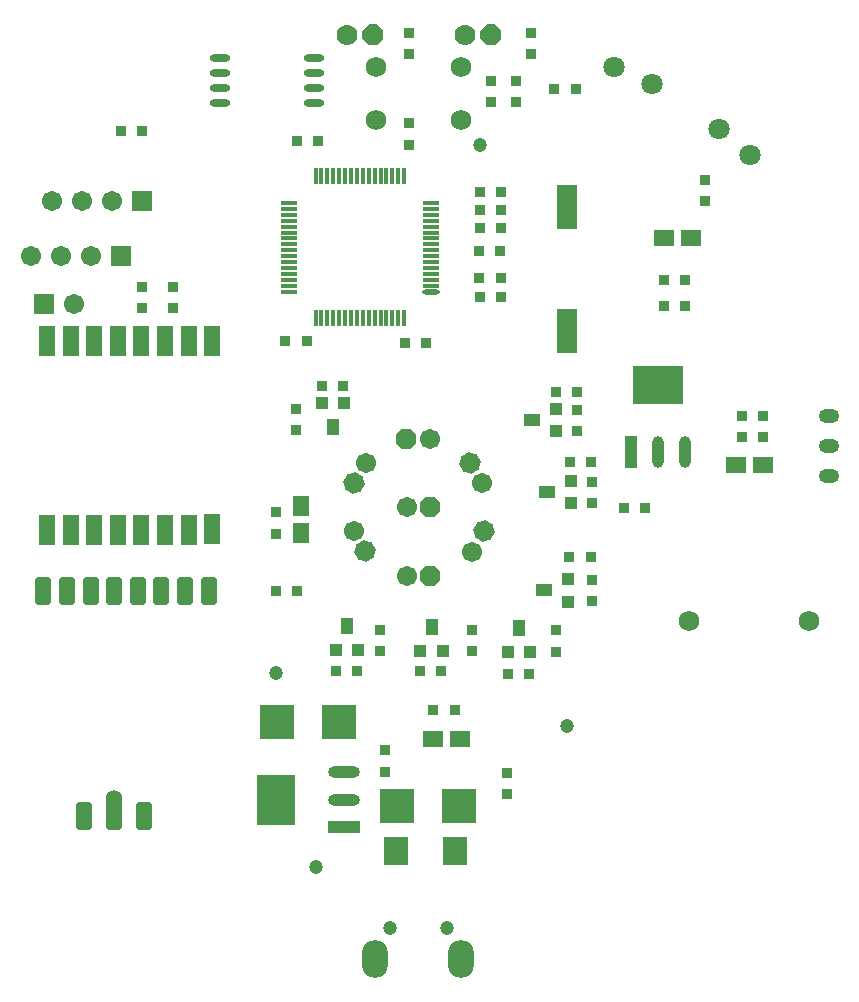
<source format=gts>
%FSLAX25Y25*%
%MOIN*%
G70*
G01*
G75*
G04 Layer_Color=8388736*
%ADD10R,0.03000X0.03000*%
%ADD11R,0.03000X0.03000*%
%ADD12R,0.06000X0.13780*%
%ADD13R,0.05000X0.01000*%
%ADD14O,0.05000X0.01000*%
%ADD15R,0.01000X0.05000*%
%ADD16C,0.03937*%
%ADD17R,0.03600X0.03600*%
%ADD18R,0.05000X0.03600*%
%ADD19R,0.03600X0.03600*%
%ADD20R,0.03600X0.05000*%
%ADD21R,0.06000X0.05000*%
%ADD22R,0.07500X0.09000*%
%ADD23R,0.10827X0.10827*%
%ADD24R,0.05000X0.06000*%
%ADD25R,0.15748X0.11811*%
%ADD26O,0.03150X0.09843*%
%ADD27R,0.03150X0.09843*%
%ADD28R,0.11811X0.15748*%
%ADD29O,0.09843X0.03150*%
%ADD30R,0.09843X0.03150*%
%ADD31O,0.05906X0.01969*%
G04:AMPARAMS|DCode=32|XSize=86.61mil|YSize=47.24mil|CornerRadius=11.81mil|HoleSize=0mil|Usage=FLASHONLY|Rotation=270.000|XOffset=0mil|YOffset=0mil|HoleType=Round|Shape=RoundedRectangle|*
%AMROUNDEDRECTD32*
21,1,0.08661,0.02362,0,0,270.0*
21,1,0.06299,0.04724,0,0,270.0*
1,1,0.02362,-0.01181,-0.03150*
1,1,0.02362,-0.01181,0.03150*
1,1,0.02362,0.01181,0.03150*
1,1,0.02362,0.01181,-0.03150*
%
%ADD32ROUNDEDRECTD32*%
%ADD33R,0.04724X0.09449*%
%ADD34C,0.01000*%
%ADD35C,0.01969*%
%ADD36C,0.03150*%
%ADD37C,0.01181*%
%ADD38C,0.02953*%
%ADD39C,0.06000*%
%ADD40O,0.07874X0.11811*%
%ADD41C,0.06200*%
%ADD42P,0.06711X8X22.5*%
%ADD43R,0.05906X0.05906*%
%ADD44C,0.05906*%
%ADD45O,0.06000X0.04000*%
%ADD46O,0.04724X0.07874*%
%ADD47P,0.06392X8X22.5*%
%ADD48C,0.05906*%
%ADD49P,0.06392X8X142.5*%
%ADD50P,0.06392X8X82.5*%
%ADD51C,0.06299*%
%ADD52C,0.02362*%
%ADD53R,0.02362X0.04331*%
%ADD54R,0.07087X0.03150*%
%ADD55R,0.01575X0.07874*%
%ADD56O,0.01575X0.07874*%
%ADD57O,0.01969X0.05906*%
%ADD58O,0.02400X0.08000*%
%ADD59C,0.00787*%
%ADD60C,0.00500*%
%ADD61C,0.00800*%
%ADD62C,0.00394*%
%ADD63R,0.02567X0.13000*%
%ADD64R,0.02900X0.14000*%
%ADD65R,0.03800X0.03800*%
%ADD66R,0.03800X0.03800*%
%ADD67R,0.06800X0.14579*%
%ADD68R,0.05800X0.01800*%
%ADD69O,0.05800X0.01800*%
%ADD70R,0.01800X0.05800*%
%ADD71C,0.04737*%
%ADD72R,0.04400X0.04400*%
%ADD73R,0.05800X0.04400*%
%ADD74R,0.04400X0.04400*%
%ADD75R,0.04400X0.05800*%
%ADD76R,0.06800X0.05800*%
%ADD77R,0.08300X0.09800*%
%ADD78R,0.11627X0.11627*%
%ADD79R,0.05800X0.06800*%
%ADD80R,0.16548X0.12611*%
%ADD81O,0.03950X0.10642*%
%ADD82R,0.03950X0.10642*%
%ADD83R,0.12611X0.16548*%
%ADD84O,0.10642X0.03950*%
%ADD85R,0.10642X0.03950*%
%ADD86O,0.06706X0.02769*%
G04:AMPARAMS|DCode=87|XSize=94.61mil|YSize=55.24mil|CornerRadius=13.81mil|HoleSize=0mil|Usage=FLASHONLY|Rotation=270.000|XOffset=0mil|YOffset=0mil|HoleType=Round|Shape=RoundedRectangle|*
%AMROUNDEDRECTD87*
21,1,0.09461,0.02762,0,0,270.0*
21,1,0.06699,0.05524,0,0,270.0*
1,1,0.02762,-0.01381,-0.03350*
1,1,0.02762,-0.01381,0.03350*
1,1,0.02762,0.01381,0.03350*
1,1,0.02762,0.01381,-0.03350*
%
%ADD87ROUNDEDRECTD87*%
%ADD88R,0.05524X0.10249*%
%ADD89C,0.06800*%
%ADD90O,0.08674X0.12611*%
%ADD91C,0.07000*%
%ADD92P,0.07577X8X22.5*%
%ADD93R,0.06706X0.06706*%
%ADD94C,0.06706*%
%ADD95O,0.06800X0.04800*%
%ADD96O,0.05524X0.08674*%
%ADD97P,0.07258X8X22.5*%
%ADD98C,0.06706*%
%ADD99P,0.07258X8X142.5*%
%ADD100P,0.07258X8X82.5*%
%ADD101C,0.07099*%
D65*
X30200Y-95687D02*
D03*
Y-88600D02*
D03*
X46300Y-41100D02*
D03*
Y-48187D02*
D03*
X-40200Y25700D02*
D03*
Y32787D02*
D03*
X-12300Y-40900D02*
D03*
Y-47987D02*
D03*
X18500Y-40900D02*
D03*
Y-47987D02*
D03*
X-2500Y120800D02*
D03*
Y127887D02*
D03*
X38000Y150913D02*
D03*
Y158000D02*
D03*
X-2700Y151013D02*
D03*
Y158100D02*
D03*
X24800Y142000D02*
D03*
Y134913D02*
D03*
X33000Y141987D02*
D03*
Y134900D02*
D03*
X53500Y32287D02*
D03*
Y25200D02*
D03*
X58400Y-24213D02*
D03*
Y-31300D02*
D03*
X58500Y8287D02*
D03*
Y1200D02*
D03*
X-46900Y-8900D02*
D03*
Y-1813D02*
D03*
X-81100Y66413D02*
D03*
Y73500D02*
D03*
X-91500Y66413D02*
D03*
Y73500D02*
D03*
X-10600Y-81100D02*
D03*
Y-88187D02*
D03*
X96000Y101913D02*
D03*
Y109000D02*
D03*
D66*
X53000Y139300D02*
D03*
X45913D02*
D03*
X89400Y66900D02*
D03*
X82313D02*
D03*
X89387Y75800D02*
D03*
X82300D02*
D03*
X46300Y38200D02*
D03*
X53387D02*
D03*
X51000Y14900D02*
D03*
X58087D02*
D03*
X50900Y-16500D02*
D03*
X57987D02*
D03*
X-4000Y54800D02*
D03*
X3087D02*
D03*
X-36700Y55200D02*
D03*
X-43787D02*
D03*
X-40000Y121900D02*
D03*
X-32913D02*
D03*
X20800Y85200D02*
D03*
X27887D02*
D03*
X21000Y70000D02*
D03*
X28087D02*
D03*
X21150Y105050D02*
D03*
X28237D02*
D03*
X20900Y76300D02*
D03*
X27987D02*
D03*
X-91600Y125200D02*
D03*
X-98687D02*
D03*
X21050Y93150D02*
D03*
X28137D02*
D03*
X21064Y99150D02*
D03*
X28150D02*
D03*
X-31487Y40500D02*
D03*
X-24400D02*
D03*
X8287Y-54700D02*
D03*
X1200D02*
D03*
X-19913D02*
D03*
X-27000D02*
D03*
X37587Y-55800D02*
D03*
X30500D02*
D03*
X115600Y23300D02*
D03*
X108513D02*
D03*
X115500Y30400D02*
D03*
X108413D02*
D03*
X5600Y-67600D02*
D03*
X12687D02*
D03*
X69000Y-200D02*
D03*
X76087D02*
D03*
X-46900Y-27900D02*
D03*
X-39813D02*
D03*
D67*
X50000Y58800D02*
D03*
Y100139D02*
D03*
D68*
X4700Y95422D02*
D03*
Y99359D02*
D03*
Y93454D02*
D03*
Y73769D02*
D03*
Y75737D02*
D03*
Y77706D02*
D03*
Y79674D02*
D03*
Y91485D02*
D03*
Y97391D02*
D03*
Y87548D02*
D03*
X-42544Y97391D02*
D03*
X4700Y101328D02*
D03*
Y85580D02*
D03*
Y81643D02*
D03*
X-42544Y71800D02*
D03*
Y73769D02*
D03*
Y75737D02*
D03*
Y77706D02*
D03*
Y79674D02*
D03*
Y81643D02*
D03*
Y83611D02*
D03*
Y85580D02*
D03*
Y87548D02*
D03*
Y89517D02*
D03*
Y91485D02*
D03*
Y93454D02*
D03*
Y95422D02*
D03*
Y99359D02*
D03*
Y101328D02*
D03*
X4700Y83611D02*
D03*
Y89517D02*
D03*
D69*
X4700Y71800D02*
D03*
D70*
X-23843Y110186D02*
D03*
X-21875D02*
D03*
X-19906D02*
D03*
X-25812D02*
D03*
X-8095D02*
D03*
X-29749D02*
D03*
X-15969Y62942D02*
D03*
X-33686Y110186D02*
D03*
X-31717D02*
D03*
X-27780D02*
D03*
X-17938D02*
D03*
X-15969D02*
D03*
X-14001D02*
D03*
X-12032D02*
D03*
X-10064D02*
D03*
X-6127D02*
D03*
X-4158D02*
D03*
X-4158Y62942D02*
D03*
X-6127D02*
D03*
X-12032D02*
D03*
X-14001D02*
D03*
X-17938D02*
D03*
X-19906D02*
D03*
X-21875D02*
D03*
X-23843D02*
D03*
X-25812D02*
D03*
X-27780D02*
D03*
X-29749D02*
D03*
X-31717D02*
D03*
X-33686D02*
D03*
X-10064D02*
D03*
X-8095D02*
D03*
D71*
X50068Y-73132D02*
D03*
X-33500Y-119900D02*
D03*
X-46900Y-55300D02*
D03*
X21150Y120750D02*
D03*
X-9000Y-140300D02*
D03*
X10095D02*
D03*
D72*
X46400Y32700D02*
D03*
Y25200D02*
D03*
X50500Y-24000D02*
D03*
Y-31500D02*
D03*
X51400Y8700D02*
D03*
Y1200D02*
D03*
D73*
X38400Y29000D02*
D03*
X42500Y-27700D02*
D03*
X43400Y5000D02*
D03*
D74*
X37900Y-48400D02*
D03*
X30400D02*
D03*
X8700Y-47900D02*
D03*
X1200D02*
D03*
X-19400Y-47700D02*
D03*
X-26900D02*
D03*
X-31600Y34600D02*
D03*
X-24100D02*
D03*
D75*
X34200Y-40400D02*
D03*
X5000Y-39900D02*
D03*
X-23100Y-39700D02*
D03*
X-27900Y26600D02*
D03*
D76*
X115400Y14000D02*
D03*
X106400D02*
D03*
X5300Y-77400D02*
D03*
X14300D02*
D03*
X82300Y89800D02*
D03*
X91300D02*
D03*
D77*
X12885Y-114700D02*
D03*
X-6800D02*
D03*
D78*
X-6569Y-99739D02*
D03*
X14100D02*
D03*
X-25931Y-71700D02*
D03*
X-46600D02*
D03*
D79*
X-38700Y-8800D02*
D03*
Y200D02*
D03*
D80*
X80500Y40700D02*
D03*
D81*
X89610Y18200D02*
D03*
X80555D02*
D03*
D82*
X71500D02*
D03*
D83*
X-46800Y-97600D02*
D03*
D84*
X-24300Y-88490D02*
D03*
Y-97545D02*
D03*
D85*
Y-106600D02*
D03*
D86*
X-34298Y134800D02*
D03*
Y139800D02*
D03*
Y144800D02*
D03*
Y149800D02*
D03*
X-65400Y134800D02*
D03*
Y139800D02*
D03*
Y144800D02*
D03*
Y149800D02*
D03*
D87*
X-110796Y-102903D02*
D03*
X-100796D02*
D03*
X-90796D02*
D03*
X-124418Y-28100D02*
D03*
X-116544D02*
D03*
X-108670D02*
D03*
X-100796D02*
D03*
X-92922D02*
D03*
X-85048D02*
D03*
X-77174D02*
D03*
X-69300D02*
D03*
D88*
X-68099Y55500D02*
D03*
X-123217Y-7500D02*
D03*
X-75973Y55500D02*
D03*
X-83847D02*
D03*
X-91721D02*
D03*
X-99595D02*
D03*
X-107469D02*
D03*
X-115343D02*
D03*
X-123217D02*
D03*
X-68099Y-7492D02*
D03*
X-75973Y-7500D02*
D03*
X-83847D02*
D03*
X-91721D02*
D03*
X-99595D02*
D03*
X-107469D02*
D03*
X-115343D02*
D03*
D89*
X90700Y-38000D02*
D03*
X130858D02*
D03*
X14673Y128899D02*
D03*
X-13673D02*
D03*
Y146615D02*
D03*
X14673D02*
D03*
D90*
X14819Y-150733D02*
D03*
X-13724D02*
D03*
D91*
X16091Y157442D02*
D03*
X-23280D02*
D03*
D92*
X24891D02*
D03*
X-14480D02*
D03*
D93*
X-98700Y83700D02*
D03*
X-91600Y101900D02*
D03*
X-124100Y67600D02*
D03*
D94*
X-128700Y83700D02*
D03*
X-108700D02*
D03*
X-118700D02*
D03*
X-121600Y101900D02*
D03*
X-101600D02*
D03*
X-111600D02*
D03*
X-114100Y67600D02*
D03*
D95*
X137300Y10200D02*
D03*
Y30200D02*
D03*
Y20200D02*
D03*
D96*
X-100796Y-98572D02*
D03*
D97*
X4500Y0D02*
D03*
Y-23000D02*
D03*
X-3473Y22627D02*
D03*
D98*
X-3374Y0D02*
D03*
X21658Y7981D02*
D03*
X18363Y-14919D02*
D03*
X-3374Y-23000D02*
D03*
X-21037Y-7981D02*
D03*
X-16863Y14719D02*
D03*
X4401Y22627D02*
D03*
D99*
X17721Y14800D02*
D03*
X-17100Y-14800D02*
D03*
D100*
X22300Y-8100D02*
D03*
X-20800Y7900D02*
D03*
D101*
X65856Y146712D02*
D03*
X78344Y140888D02*
D03*
X100722Y126029D02*
D03*
X111278Y117171D02*
D03*
M02*

</source>
